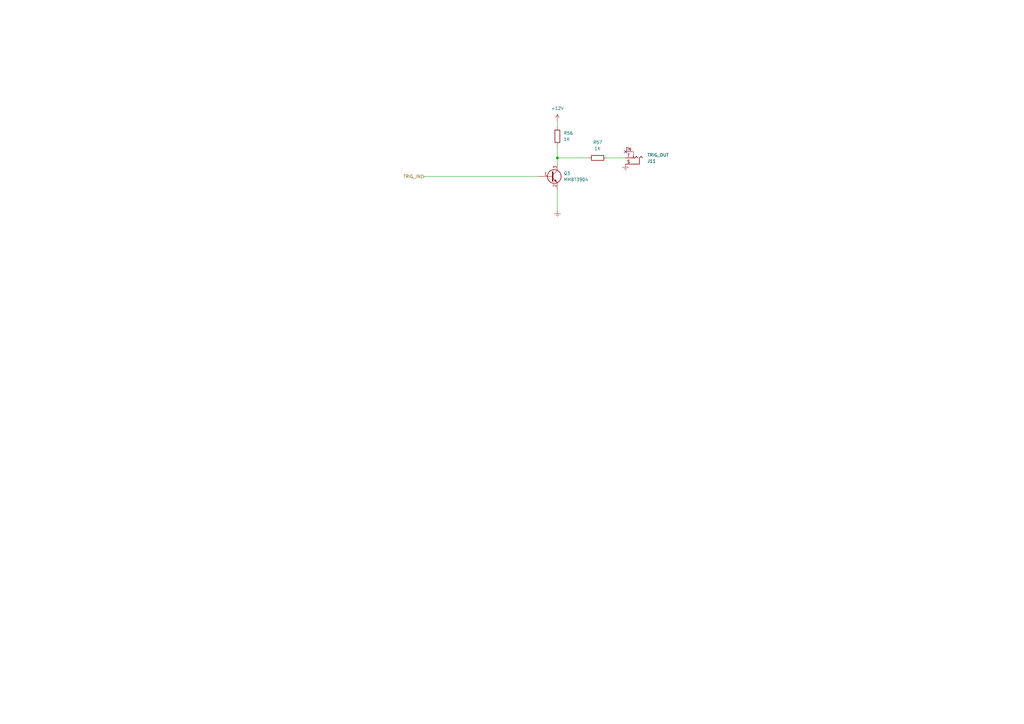
<source format=kicad_sch>
(kicad_sch (version 20250114) (generator "eeschema") (generator_version "9.0")
  (paper "A3")
  (lib_symbols
    (symbol "Device:R" (pin_numbers (hide yes)) (pin_names (offset 0))
      (property "Reference" "R" (at 2.032 0 90))
      (property "Value" "R" (at 0 0 90))
      (symbol "R_0_1"
        (rectangle (start -1.016 -2.54) (end 1.016 2.54) (stroke (width 0.254)))
      )
      (symbol "R_1_1"
        (pin passive line (at 0 3.81 270) (length 1.27) (name "~") (number "1"))
        (pin passive line (at 0 -3.81 90) (length 1.27) (name "~") (number "2"))
      )
    )
    (symbol "Transistor_BJT:MMBT3904" (pin_names (offset 0) (hide yes))
      (property "Reference" "Q" (at 5.08 1.905 0))
      (property "Value" "MMBT3904" (at 5.08 0 0))
      (symbol "MMBT3904_0_1"
        (polyline (pts (xy 0.635 1.905) (xy 0.635 -1.905) (xy 0.635 -1.905)) (stroke (width 0.508)))
        (polyline (pts (xy 0.635 0.635) (xy 2.54 2.54)))
        (polyline (pts (xy 0.635 -0.635) (xy 2.54 -2.54) (xy 2.54 -2.54)))
        (circle (center 1.27 0) (radius 2.8194) (stroke (width 0.254)))
        (polyline (pts (xy 1.27 -1.778) (xy 1.778 -1.27) (xy 2.286 -2.286) (xy 1.27 -1.778) (xy 1.27 -1.778)) (fill (type outline)))
      )
      (symbol "MMBT3904_1_1"
        (pin input line (at -5.08 0 0) (length 5.715) (name "B") (number "1"))
        (pin passive line (at 2.54 5.08 270) (length 2.54) (name "C") (number "3"))
        (pin passive line (at 2.54 -5.08 90) (length 2.54) (name "E") (number "2"))
      )
    )
    (symbol "power:+12V" (power) (pin_numbers (hide yes)) (pin_names (offset 0) (hide yes))
      (property "Value" "+12V" (at 0 3.556 0))
      (symbol "+12V_0_1"
        (polyline (pts (xy -0.762 1.27) (xy 0 2.54)))
        (polyline (pts (xy 0 2.54) (xy 0.762 1.27)))
        (polyline (pts (xy 0 0) (xy 0 2.54)))
      )
      (symbol "+12V_1_1"
        (pin power_in line (at 0 0 90) (length 0) (name "~") (number "1"))
      )
    )
    (symbol "power:GNDREF" (power) (pin_numbers (hide yes)) (pin_names (offset 0) (hide yes))
      (property "Value" "GNDREF" (at 0 -3.81 0))
      (symbol "GNDREF_0_1"
        (polyline (pts (xy -0.635 -1.905) (xy 0.635 -1.905)))
        (polyline (pts (xy -0.127 -2.54) (xy 0.127 -2.54)))
        (polyline (pts (xy 0 -1.27) (xy 0 0)))
        (polyline (pts (xy 1.27 -1.27) (xy -1.27 -1.27)))
      )
      (symbol "GNDREF_1_1"
        (pin power_in line (at 0 0 270) (length 0) (name "~") (number "1"))
      )
    )
    (symbol "synth:AudioJack_Mono_3.5mm"
      (property "Reference" "J" (at 0 8.89 0))
      (property "Value" "AudioJack_Mono_3.5mm" (at 0 6.35 0))
      (symbol "AudioJack_Mono_3.5mm_0_1"
        (polyline (pts (xy 0 0) (xy 0.635 -0.635) (xy 1.27 0) (xy 2.54 0)) (stroke (width 0.254)))
        (polyline (pts (xy 1.778 -0.254) (xy 2.032 -0.762)))
        (polyline (pts (xy 2.54 2.54) (xy -0.635 2.54) (xy -0.635 0) (xy -1.27 -0.635) (xy -1.905 0)) (stroke (width 0.254)))
        (polyline (pts (xy 2.54 -2.54) (xy 1.778 -2.54) (xy 1.778 -0.254) (xy 1.524 -0.762)))
      )
      (symbol "AudioJack_Mono_3.5mm_1_1"
        (pin passive line (at 5.08 2.54 180) (length 2.54) (name "~") (number "S"))
        (pin passive line (at 5.08 0 180) (length 2.54) (name "~") (number "T"))
        (pin passive line (at 5.08 -2.54 180) (length 2.54) (name "~") (number "TN"))
      )
    )
  )
  (junction (at 228.6 64.77))
  (no_connect (at 256.54 62.23))
  (wire (pts (xy 228.6 64.77) (xy 241.3 64.77)))
  (wire (pts (xy 228.6 86.36) (xy 228.6 77.47)))
  (wire (pts (xy 173.99 72.39) (xy 220.98 72.39)))
  (wire (pts (xy 228.6 64.77) (xy 228.6 67.31)))
  (wire (pts (xy 228.6 59.69) (xy 228.6 64.77)))
  (wire (pts (xy 248.92 64.77) (xy 256.54 64.77)))
  (wire (pts (xy 228.6 52.07) (xy 228.6 49.53)))
  (hierarchical_label "TRIG_IN" (shape input) (at 173.99 72.39 180))
  (symbol (lib_id "Transistor_BJT:MMBT3904") (at 226.06 72.39 0) (unit 1)
    (property "Reference" "Q3" (at 231.14 71.1199 0) (effects (justify left)))
    (property "Value" "MMBT3904" (at 231.14 73.6599 0) (effects (justify left)))
    (property "Footprint" "Package_TO_SOT_SMD:SOT-23" (effects (hide yes)))
    (property "Datasheet" "https://www.onsemi.com/pdf/datasheet/pzt3904-d.pdf" (effects (hide yes)))
    (property "Description" "0.2A Ic, 40V Vce, Small Signal NPN Transistor, SOT-23" (effects (hide yes)))
    (instances (project "quantizer" (path "" (reference "Q3") (unit 1)) (path "" (reference "Q4") (unit 1))))
  )
  (symbol (lib_id "Device:R") (at 228.6 55.88 0) (unit 1)
    (property "Reference" "R56" (at 231.14 54.6099 0) (effects (justify left)))
    (property "Value" "1K" (at 231.14 57.1499 0) (effects (justify left)))
    (property "Footprint" "Resistor_SMD:R_0805_2012Metric_Pad1.20x1.40mm_HandSolder" (effects (hide yes)))
    (property "Description" "Resistor" (effects (hide yes)))
    (instances (project "quantizer" (path "" (reference "R56") (unit 1)) (path "" (reference "R59") (unit 1))))
  )
  (symbol (lib_id "Device:R") (at 245.11 64.77 270) (unit 1)
    (property "Reference" "R57" (at 245.11 58.42 90))
    (property "Value" "1K" (at 245.11 60.96 90))
    (property "Footprint" "Resistor_SMD:R_0805_2012Metric_Pad1.20x1.40mm_HandSolder" (effects (hide yes)))
    (property "Description" "Resistor" (effects (hide yes)))
    (instances (project "quantizer" (path "" (reference "R57") (unit 1)) (path "" (reference "R60") (unit 1))))
  )
  (symbol (lib_id "synth:AudioJack_Mono_3.5mm") (at 261.62 64.77 180) (unit 1)
    (property "Reference" "J11" (at 265.43 66.1036 0) (effects (justify right)))
    (property "Value" "TRIG_OUT" (at 265.43 63.5636 0) (effects (justify right)))
    (property "Footprint" "Synth:Jack_3.5mm_QingPu_WQP-PJ398SM_Vertical_CircularHoles" (effects (hide yes)))
    (property "Description" "Audio Jack, 2 Poles (Mono / TS), Switched T Pole (Normalling)" (effects (hide yes)))
    (instances (project "quantizer" (path "" (reference "J11") (unit 1)) (path "" (reference "J12") (unit 1))))
  )
  (symbol (lib_id "power:+12V") (at 228.6 49.53 0) (unit 1)
    (property "Reference" "#PWR0130" (effects (hide yes)))
    (property "Value" "+12V" (at 228.6 44.45 0))
    (property "Description" "Power symbol creates a global label with name \"+12V\"" (effects (hide yes)))
    (instances (project "" (path "" (reference "#PWR0130") (unit 1)) (path "" (reference "#PWR0133") (unit 1))))
  )
  (symbol (lib_id "power:GNDREF") (at 256.54 67.31 0) (unit 1)
    (property "Reference" "#PWR0131" (effects (hide yes)))
    (property "Value" "GNDREF" (effects (hide yes)))
    (property "Description" "Power symbol creates a global label with name \"GNDREF\" , reference supply ground" (effects (hide yes)))
    (instances (project "quantizer" (path "" (reference "#PWR0131") (unit 1)) (path "" (reference "#PWR0134") (unit 1))))
  )
  (symbol (lib_id "power:GNDREF") (at 228.6 86.36 0) (unit 1)
    (property "Reference" "#PWR0132" (effects (hide yes)))
    (property "Value" "GNDREF" (effects (hide yes)))
    (property "Description" "Power symbol creates a global label with name \"GNDREF\" , reference supply ground" (effects (hide yes)))
    (instances (project "quantizer" (path "" (reference "#PWR0132") (unit 1)) (path "" (reference "#PWR0135") (unit 1))))
  )
)
</source>
